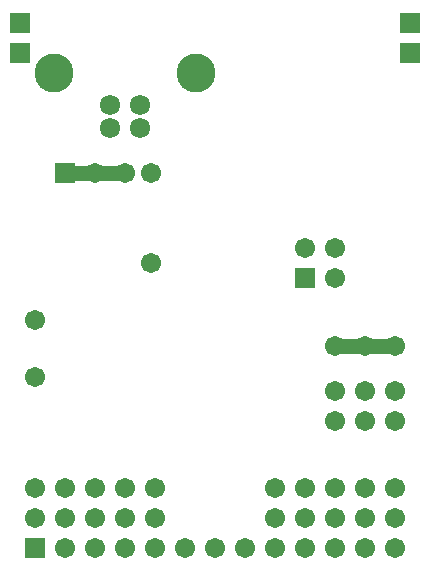
<source format=gbs>
%FSLAX24Y24*%
%MOIN*%
G70*
G01*
G75*
%ADD10C,0.0110*%
%ADD11R,0.0512X0.0591*%
%ADD12R,0.0433X0.0394*%
%ADD13R,0.0591X0.0512*%
%ADD14R,0.0394X0.0433*%
%ADD15R,0.0709X0.0630*%
%ADD16R,0.0433X0.0394*%
%ADD17R,0.0177X0.0630*%
%ADD18R,0.0630X0.0177*%
%ADD19R,0.0630X0.0177*%
%ADD20R,0.0630X0.0512*%
%ADD21C,0.0100*%
%ADD22C,0.0250*%
%ADD23C,0.0214*%
%ADD24C,0.0150*%
%ADD25C,0.0200*%
%ADD26C,0.0157*%
%ADD27C,0.0197*%
%ADD28R,0.2600X0.3210*%
%ADD29R,0.1890X0.1800*%
%ADD30R,0.1950X0.0470*%
%ADD31R,0.0880X0.1810*%
%ADD32R,0.0820X0.0830*%
%ADD33R,0.0591X0.0591*%
%ADD34R,0.0591X0.0591*%
%ADD35C,0.0591*%
%ADD36C,0.0591*%
%ADD37C,0.0598*%
%ADD38C,0.1220*%
%ADD39C,0.0433*%
%ADD40C,0.0433*%
%ADD41R,0.0400X0.0400*%
%ADD42R,0.2300X0.2000*%
%ADD43R,0.1160X0.2450*%
%ADD44R,0.2700X0.3500*%
%ADD45R,0.0592X0.0671*%
%ADD46R,0.0513X0.0474*%
%ADD47R,0.0671X0.0592*%
%ADD48R,0.0474X0.0513*%
%ADD49R,0.0789X0.0710*%
%ADD50R,0.0513X0.0474*%
%ADD51R,0.0257X0.0710*%
%ADD52R,0.0710X0.0257*%
%ADD53R,0.0710X0.0257*%
%ADD54R,0.0710X0.0592*%
%ADD55R,0.0671X0.0671*%
%ADD56R,0.0671X0.0671*%
%ADD57C,0.0671*%
%ADD58C,0.0671*%
%ADD59C,0.0678*%
%ADD60C,0.1300*%
D10*
X39300Y37310D02*
Y37710D01*
X39295Y37400D02*
X39790D01*
X39280Y37710D02*
X39300Y37310D01*
X39290Y37500D02*
X39790D01*
X39286Y37600D02*
X39790D01*
X39281Y37700D02*
X39790D01*
X39400Y37310D02*
Y37710D01*
X39300Y37310D02*
X39790D01*
X39500D02*
Y37710D01*
X39600Y37310D02*
Y37710D01*
X39700Y37310D02*
Y37710D01*
X39790Y37310D02*
Y37710D01*
X39280D02*
X39790D01*
X40210D02*
X40230Y37310D01*
X40226Y37400D02*
X40800D01*
X40220Y37500D02*
X40800D01*
X40216Y37600D02*
X40800D01*
X40210Y37700D02*
X40800D01*
X40210Y37710D02*
X40800D01*
X40300Y37310D02*
Y37710D01*
X40230Y37310D02*
X40800D01*
X40400D02*
Y37710D01*
X40500Y37310D02*
Y37710D01*
X40600Y37310D02*
Y37710D01*
X40700Y37310D02*
Y37710D01*
X40800Y37310D02*
Y37710D01*
X48200Y31550D02*
X48220Y31950D01*
X48203Y31600D02*
X48770D01*
X48208Y31700D02*
X48770D01*
X48212Y31800D02*
X48770D01*
X48218Y31900D02*
X48770D01*
X48220Y31950D02*
X48770D01*
X48300Y31540D02*
Y31950D01*
X48200Y31540D02*
X48770D01*
X48400D02*
Y31950D01*
X48500Y31540D02*
Y31950D01*
X48600Y31540D02*
Y31950D01*
X48700Y31540D02*
Y31950D01*
X48770Y31540D02*
Y31950D01*
X49230Y31540D02*
Y31580D01*
X49229Y31600D02*
X49800D01*
X49210Y31950D02*
X49230Y31580D01*
X49224Y31700D02*
X49800D01*
X49218Y31800D02*
X49800D01*
X49213Y31900D02*
X49800D01*
X49210Y31950D02*
X49800D01*
X49300Y31540D02*
Y31950D01*
X49230Y31540D02*
X49800D01*
X49400D02*
Y31950D01*
X49500Y31540D02*
Y31950D01*
X49600Y31540D02*
Y31950D01*
X49700Y31540D02*
Y31950D01*
X49800Y31540D02*
Y31950D01*
D55*
X50500Y41500D02*
D03*
X37500D02*
D03*
D56*
X50500Y42500D02*
D03*
X37500D02*
D03*
X39000Y37500D02*
D03*
X38000Y25000D02*
D03*
X47000Y34000D02*
D03*
D57*
X50000Y27000D02*
D03*
Y26000D02*
D03*
X49000Y27000D02*
D03*
Y26000D02*
D03*
X48000Y27000D02*
D03*
Y26000D02*
D03*
X47000Y27000D02*
D03*
Y26000D02*
D03*
X46000Y27000D02*
D03*
Y26000D02*
D03*
X49000Y31750D02*
D03*
X50000D02*
D03*
X38000Y32621D02*
D03*
Y30700D02*
D03*
X40000Y37500D02*
D03*
X41000D02*
D03*
X48000Y29250D02*
D03*
Y30250D02*
D03*
X49000Y29250D02*
D03*
Y30250D02*
D03*
X50000Y29250D02*
D03*
Y30250D02*
D03*
X42000Y27000D02*
D03*
Y26000D02*
D03*
X41000Y27000D02*
D03*
Y26000D02*
D03*
X40000Y27000D02*
D03*
Y26000D02*
D03*
X39000D02*
D03*
X38000Y27000D02*
D03*
X39000D02*
D03*
X38000Y26000D02*
D03*
X41850Y37500D02*
D03*
Y34500D02*
D03*
X49000Y25000D02*
D03*
X48000D02*
D03*
X47000D02*
D03*
X46000D02*
D03*
X45000D02*
D03*
X44000D02*
D03*
X43000D02*
D03*
X42000D02*
D03*
X41000D02*
D03*
X40000D02*
D03*
X39000D02*
D03*
X50000D02*
D03*
X48000Y35000D02*
D03*
Y34000D02*
D03*
X47000Y35000D02*
D03*
D58*
X48000Y31750D02*
D03*
D59*
X41500Y39000D02*
D03*
Y39787D02*
D03*
X40500Y39000D02*
D03*
Y39787D02*
D03*
D60*
X38630Y40854D02*
D03*
X43370D02*
D03*
M02*

</source>
